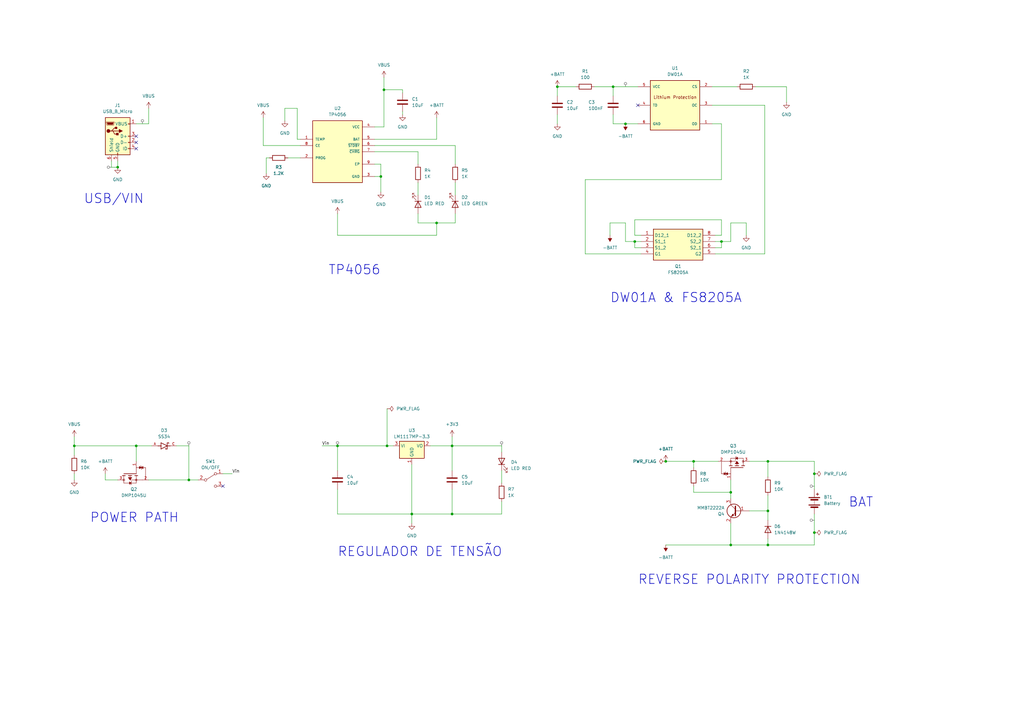
<source format=kicad_sch>
(kicad_sch (version 20230121) (generator eeschema)
  (paper "A3")
  (lib_symbols
    (symbol "Componentes_Usuario:DMP1045U" (pin_names (offset 1.016))
      (property "Reference" "Q" (at -10.16 7.62 0))
      (property "Value" "DMP1045U" (at -10.16 -7.62 0))
      (symbol "DMP1045U_0_0"
        (polyline (pts (xy -3.048 4.572) (xy -3.302 4.318)) (stroke (width 0.1524)))
        (polyline (pts (xy -2.54 2.54) (xy -2.54 4.572)) (stroke (width 0.1524)))
        (polyline (pts (xy -2.54 2.54) (xy 0 2.54)) (stroke (width 0.1524)))
        (polyline (pts (xy -2.54 4.572) (xy -3.048 4.572)) (stroke (width 0.1524)))
        (polyline (pts (xy -2.54 6.35) (xy -2.54 5.334)) (stroke (width 0.1524)))
        (polyline (pts (xy -2.54 6.35) (xy 2.54 6.35)) (stroke (width 0.1524)))
        (polyline (pts (xy -2.032 4.572) (xy -2.54 4.572)) (stroke (width 0.1524)))
        (polyline (pts (xy -1.778 4.826) (xy -2.032 4.572)) (stroke (width 0.1524)))
        (polyline (pts (xy 0 -2.54) (xy 0 2.54)) (stroke (width 0.254)))
        (polyline (pts (xy 0.762 -3.175) (xy 0.762 -2.54)) (stroke (width 0.254)))
        (polyline (pts (xy 0.762 -2.54) (xy 0.762 -1.905)) (stroke (width 0.254)))
        (polyline (pts (xy 0.762 -2.54) (xy 3.81 -2.54)) (stroke (width 0.1524)))
        (polyline (pts (xy 0.762 -0.762) (xy 0.762 0)) (stroke (width 0.254)))
        (polyline (pts (xy 0.762 0) (xy 0.762 0.762)) (stroke (width 0.254)))
        (polyline (pts (xy 0.762 0) (xy 2.54 0)) (stroke (width 0.1524)))
        (polyline (pts (xy 0.762 1.905) (xy 0.762 2.54)) (stroke (width 0.254)))
        (polyline (pts (xy 0.762 2.54) (xy 0.762 3.175)) (stroke (width 0.254)))
        (polyline (pts (xy 2.54 0) (xy 2.54 2.54)) (stroke (width 0.1524)))
        (polyline (pts (xy 2.54 2.54) (xy 0.762 2.54)) (stroke (width 0.1524)))
        (polyline (pts (xy 2.54 2.54) (xy 2.54 5.08)) (stroke (width 0.1524)))
        (polyline (pts (xy 2.54 2.54) (xy 3.81 2.54)) (stroke (width 0.1524)))
        (polyline (pts (xy 3.048 0.762) (xy 3.302 0.508)) (stroke (width 0.1524)))
        (polyline (pts (xy 3.302 0.508) (xy 3.81 0.508)) (stroke (width 0.1524)))
        (polyline (pts (xy 3.81 -2.54) (xy 3.81 0.508)) (stroke (width 0.1524)))
        (polyline (pts (xy 3.81 0.508) (xy 3.81 2.54)) (stroke (width 0.1524)))
        (polyline (pts (xy 3.81 0.508) (xy 4.318 0.508)) (stroke (width 0.1524)))
        (polyline (pts (xy 4.318 0.508) (xy 4.572 0.254)) (stroke (width 0.1524)))
        (polyline (pts (xy -2.54 4.572) (xy -3.048 5.334) (xy -2.032 5.334) (xy -2.54 4.572)) (stroke (width 0.1524)) (fill (type outline)))
        (polyline (pts (xy -2.54 4.572) (xy -2.032 3.81) (xy -3.048 3.81) (xy -2.54 4.572)) (stroke (width 0.1524)) (fill (type outline)))
        (polyline (pts (xy 2.54 0) (xy 1.524 0.762) (xy 1.524 -0.762) (xy 2.54 0)) (stroke (width 0.1524)) (fill (type outline)))
        (polyline (pts (xy 3.81 0.508) (xy 4.318 -0.254) (xy 3.302 -0.254) (xy 3.81 0.508)) (stroke (width 0.1524)) (fill (type outline)))
        (circle (center 2.54 -2.54) (radius 0.3592))
        (circle (center 2.54 2.54) (radius 0.3592))
        (pin passive line (at -5.08 2.54 0) (length 2.54) (name "~") (number "1"))
        (pin passive line (at 2.54 7.62 270) (length 2.54) (name "~") (number "2"))
        (pin passive line (at 2.54 -5.08 90) (length 2.54) (name "~") (number "3"))
      )
    )
    (symbol "Componentes_Usuario:DW01A" (pin_names (offset 1.016))
      (property "Reference" "U" (at -10.16 11.43 0))
      (property "Value" "DW01A" (at -10.16 -12.7 0))
      (symbol "DW01A_0_0"
        (rectangle (start -10.16 10.16) (end 10.16 -10.16) (stroke (width 0.254)) (fill (type background)))
        (text "Lithium Protection" (at -8.89 2.54 0) (effects (font (size 1.27 1.27)) (justify left bottom)))
      )
      (symbol "DW01A_1_0"
        (pin passive line (at 15.24 -7.62 180) (length 5.08) (name "OD") (number "1"))
        (pin passive line (at 15.24 7.62 180) (length 5.08) (name "CS") (number "2"))
        (pin passive line (at 15.24 0 180) (length 5.08) (name "OC") (number "3"))
        (pin passive line (at -15.24 0 0) (length 5.08) (name "TD") (number "4"))
        (pin passive line (at -15.24 7.62 0) (length 5.08) (name "VCC") (number "5"))
        (pin passive line (at -15.24 -7.62 0) (length 5.08) (name "GND") (number "6"))
      )
    )
    (symbol "Componentes_Usuario:FS8205A"
      (property "Reference" "Q" (at -10.16 -7.62 0))
      (property "Value" "FS8205A" (at -10.16 -10.16 0))
      (symbol "FS8205A_1_1"
        (rectangle (start -10.16 6.35) (end 10.16 -6.35) (stroke (width 0.254)) (fill (type background)))
        (pin passive line (at -15.24 3.81 0) (length 5.08) (name "D12_1") (number "1"))
        (pin passive line (at -15.24 1.27 0) (length 5.08) (name "S1_1") (number "2"))
        (pin passive line (at -15.24 -1.27 0) (length 5.08) (name "S1_2") (number "3"))
        (pin passive line (at -15.24 -3.81 0) (length 5.08) (name "G1") (number "4"))
        (pin passive line (at 15.24 -3.81 180) (length 5.08) (name "G2") (number "5"))
        (pin passive line (at 15.24 -1.27 180) (length 5.08) (name "S2_1") (number "6"))
        (pin passive line (at 15.24 1.27 180) (length 5.08) (name "S2_2") (number "7"))
        (pin passive line (at 15.24 3.81 180) (length 5.08) (name "D12_2") (number "8"))
      )
    )
    (symbol "Componentes_Usuario:SS34" (pin_names (offset 1.016))
      (property "Reference" "D" (at -5.08 2.54 0))
      (property "Value" "SS34" (at -5.08 -3.81 0))
      (symbol "SS34_0_0"
        (polyline (pts (xy -2.54 0) (xy -1.27 0)) (stroke (width 0.254)))
        (polyline (pts (xy -1.27 -1.27) (xy 1.27 0)) (stroke (width 0.254)))
        (polyline (pts (xy -1.27 0) (xy -1.27 -1.27)) (stroke (width 0.254)))
        (polyline (pts (xy -1.27 1.27) (xy -1.27 0)) (stroke (width 0.254)))
        (polyline (pts (xy 0.635 -1.016) (xy 0.635 -1.27)) (stroke (width 0.254)))
        (polyline (pts (xy 1.27 -1.27) (xy 0.635 -1.27)) (stroke (width 0.254)))
        (polyline (pts (xy 1.27 0) (xy -1.27 1.27)) (stroke (width 0.254)))
        (polyline (pts (xy 1.27 0) (xy 1.27 -1.27)) (stroke (width 0.254)))
        (polyline (pts (xy 1.27 1.27) (xy 1.27 0)) (stroke (width 0.254)))
        (polyline (pts (xy 1.905 1.27) (xy 1.27 1.27)) (stroke (width 0.254)))
        (polyline (pts (xy 1.905 1.27) (xy 1.905 1.016)) (stroke (width 0.254)))
        (polyline (pts (xy 2.54 0) (xy 1.27 0)) (stroke (width 0.254)))
        (pin passive line (at -5.08 0 0) (length 2.54) (name "~") (number "A"))
        (pin passive line (at 5.08 0 180) (length 2.54) (name "~") (number "C"))
      )
    )
    (symbol "Componentes_Usuario:TP4056" (pin_names (offset 1.016))
      (property "Reference" "U" (at -10.16 13.208 0))
      (property "Value" "TP4056" (at -10.16 -15.24 0))
      (symbol "TP4056_0_0"
        (rectangle (start -10.16 -12.7) (end 10.16 12.7) (stroke (width 0.254)) (fill (type background)))
        (pin passive line (at 15.24 -5.08 180) (length 5.08) (name "EP") (number "9"))
      )
      (symbol "TP4056_1_0"
        (pin passive line (at -15.24 5.08 0) (length 5.08) (name "TEMP") (number "1"))
        (pin passive line (at -15.24 -2.54 0) (length 5.08) (name "PROG") (number "2"))
        (pin passive line (at 15.24 -10.16 180) (length 5.08) (name "GND") (number "3"))
        (pin passive line (at 15.24 10.16 180) (length 5.08) (name "VCC") (number "4"))
        (pin passive line (at 15.24 5.08 180) (length 5.08) (name "BAT") (number "5"))
        (pin passive line (at 15.24 2.54 180) (length 5.08) (name "~{STDBY}") (number "6"))
        (pin passive line (at 15.24 0 180) (length 5.08) (name "~{CHRG}") (number "7"))
        (pin passive line (at -15.24 2.54 0) (length 5.08) (name "CE") (number "8"))
      )
    )
    (symbol "Connector:USB_B_Micro" (pin_names (offset 1.016))
      (property "Reference" "J" (at -5.08 11.43 0))
      (property "Value" "USB_B_Micro" (at -5.08 8.89 0))
      (symbol "USB_B_Micro_0_1"
        (rectangle (start -5.08 -7.62) (end 5.08 7.62) (stroke (width 0.254)) (fill (type background)))
        (circle (center -3.81 2.159) (radius 0.635) (stroke (width 0.254)) (fill (type outline)))
        (circle (center -0.635 3.429) (radius 0.381) (stroke (width 0.254)) (fill (type outline)))
        (rectangle (start -0.127 -7.62) (end 0.127 -6.858))
        (polyline (pts (xy -1.905 2.159) (xy 0.635 2.159)) (stroke (width 0.254)))
        (polyline (pts (xy -3.175 2.159) (xy -2.54 2.159) (xy -1.27 3.429) (xy -0.635 3.429)) (stroke (width 0.254)))
        (polyline (pts (xy -2.54 2.159) (xy -1.905 2.159) (xy -1.27 0.889) (xy 0 0.889)) (stroke (width 0.254)))
        (polyline (pts (xy 0.635 2.794) (xy 0.635 1.524) (xy 1.905 2.159) (xy 0.635 2.794)) (stroke (width 0.254)) (fill (type outline)))
        (polyline (pts (xy -4.318 5.588) (xy -1.778 5.588) (xy -2.032 4.826) (xy -4.064 4.826) (xy -4.318 5.588)) (fill (type outline)))
        (polyline (pts (xy -4.699 5.842) (xy -4.699 5.588) (xy -4.445 4.826) (xy -4.445 4.572) (xy -1.651 4.572) (xy -1.651 4.826) (xy -1.397 5.588) (xy -1.397 5.842) (xy -4.699 5.842)))
        (rectangle (start 0.254 1.27) (end -0.508 0.508) (stroke (width 0.254)) (fill (type outline)))
        (rectangle (start 5.08 -5.207) (end 4.318 -4.953))
        (rectangle (start 5.08 -2.667) (end 4.318 -2.413))
        (rectangle (start 5.08 -0.127) (end 4.318 0.127))
        (rectangle (start 5.08 4.953) (end 4.318 5.207))
      )
      (symbol "USB_B_Micro_1_1"
        (pin power_out line (at 7.62 5.08 180) (length 2.54) (name "VBUS") (number "1"))
        (pin bidirectional line (at 7.62 -2.54 180) (length 2.54) (name "D-") (number "2"))
        (pin bidirectional line (at 7.62 0 180) (length 2.54) (name "D+") (number "3"))
        (pin passive line (at 7.62 -5.08 180) (length 2.54) (name "ID") (number "4"))
        (pin power_out line (at 0 -10.16 90) (length 2.54) (name "GND") (number "5"))
        (pin passive line (at -2.54 -10.16 90) (length 2.54) (name "Shield") (number "6"))
      )
    )
    (symbol "Device:Battery" (pin_numbers hide) (pin_names (offset 0) hide)
      (property "Reference" "BT" (at 2.54 2.54 0))
      (property "Value" "Battery" (at 2.54 0 0))
      (symbol "Battery_0_1"
        (rectangle (start -2.286 -1.27) (end 2.286 -1.524) (fill (type outline)))
        (rectangle (start -2.286 1.778) (end 2.286 1.524) (fill (type outline)))
        (rectangle (start -1.524 -2.032) (end 1.524 -2.54) (fill (type outline)))
        (rectangle (start -1.524 1.016) (end 1.524 0.508) (fill (type outline)))
        (polyline (pts (xy 0 -1.016) (xy 0 -0.762)))
        (polyline (pts (xy 0 -0.508) (xy 0 -0.254)))
        (polyline (pts (xy 0 0) (xy 0 0.254)))
        (polyline (pts (xy 0 1.778) (xy 0 2.54)))
        (polyline (pts (xy 0.762 3.048) (xy 1.778 3.048)) (stroke (width 0.254)))
        (polyline (pts (xy 1.27 3.556) (xy 1.27 2.54)) (stroke (width 0.254)))
      )
      (symbol "Battery_1_1"
        (pin passive line (at 0 5.08 270) (length 2.54) (name "+") (number "1"))
        (pin passive line (at 0 -5.08 90) (length 2.54) (name "-") (number "2"))
      )
    )
    (symbol "Device:C" (pin_numbers hide) (pin_names (offset 0.254))
      (property "Reference" "C" (at 0.635 2.54 0))
      (property "Value" "C" (at 0.635 -2.54 0))
      (symbol "C_0_1"
        (polyline (pts (xy -2.032 -0.762) (xy 2.032 -0.762)) (stroke (width 0.508)))
        (polyline (pts (xy -2.032 0.762) (xy 2.032 0.762)) (stroke (width 0.508)))
      )
      (symbol "C_1_1"
        (pin passive line (at 0 3.81 270) (length 2.794) (name "~") (number "1"))
        (pin passive line (at 0 -3.81 90) (length 2.794) (name "~") (number "2"))
      )
    )
    (symbol "Device:LED" (pin_numbers hide) (pin_names (offset 1.016) hide)
      (property "Reference" "D" (at 0 2.54 0))
      (property "Value" "LED" (at 0 -2.54 0))
      (symbol "LED_0_1"
        (polyline (pts (xy -1.27 -1.27) (xy -1.27 1.27)) (stroke (width 0.254)))
        (polyline (pts (xy -1.27 0) (xy 1.27 0)))
        (polyline (pts (xy 1.27 -1.27) (xy 1.27 1.27) (xy -1.27 0) (xy 1.27 -1.27)) (stroke (width 0.254)))
        (polyline (pts (xy -3.048 -0.762) (xy -4.572 -2.286) (xy -3.81 -2.286) (xy -4.572 -2.286) (xy -4.572 -1.524)))
        (polyline (pts (xy -1.778 -0.762) (xy -3.302 -2.286) (xy -2.54 -2.286) (xy -3.302 -2.286) (xy -3.302 -1.524)))
      )
      (symbol "LED_1_1"
        (pin passive line (at -3.81 0 0) (length 2.54) (name "K") (number "1"))
        (pin passive line (at 3.81 0 180) (length 2.54) (name "A") (number "2"))
      )
    )
    (symbol "Device:R" (pin_numbers hide) (pin_names (offset 0))
      (property "Reference" "R" (at 2.032 0 90))
      (property "Value" "R" (at 0 0 90))
      (symbol "R_0_1"
        (rectangle (start -1.016 -2.54) (end 1.016 2.54) (stroke (width 0.254)))
      )
      (symbol "R_1_1"
        (pin passive line (at 0 3.81 270) (length 1.27) (name "~") (number "1"))
        (pin passive line (at 0 -3.81 90) (length 1.27) (name "~") (number "2"))
      )
    )
    (symbol "Diode:1N4148W" (pin_numbers hide) (pin_names hide)
      (property "Reference" "D" (at 0 2.54 0))
      (property "Value" "1N4148W" (at 0 -2.54 0))
      (symbol "1N4148W_0_1"
        (polyline (pts (xy -1.27 1.27) (xy -1.27 -1.27)) (stroke (width 0.254)))
        (polyline (pts (xy 1.27 0) (xy -1.27 0)))
        (polyline (pts (xy 1.27 1.27) (xy 1.27 -1.27) (xy -1.27 0) (xy 1.27 1.27)) (stroke (width 0.254)))
      )
      (symbol "1N4148W_1_1"
        (pin passive line (at -3.81 0 0) (length 2.54) (name "K") (number "1"))
        (pin passive line (at 3.81 0 180) (length 2.54) (name "A") (number "2"))
      )
    )
    (symbol "Regulator_Linear:LM1117MP-3.3"
      (property "Reference" "U" (at -3.81 3.175 0))
      (property "Value" "LM1117MP-3.3" (at 0 3.175 0))
      (symbol "LM1117MP-3.3_0_1"
        (rectangle (start -5.08 -5.08) (end 5.08 1.905) (stroke (width 0.254)) (fill (type background)))
      )
      (symbol "LM1117MP-3.3_1_1"
        (pin power_in line (at 0 -7.62 90) (length 2.54) (name "GND") (number "1"))
        (pin power_out line (at 7.62 0 180) (length 2.54) (name "VO") (number "2"))
        (pin power_in line (at -7.62 0 0) (length 2.54) (name "VI") (number "3"))
      )
    )
    (symbol "Switch:SW_SPDT" (pin_names (offset 0) hide)
      (property "Reference" "SW" (at 0 4.318 0))
      (property "Value" "SW_SPDT" (at 0 -5.08 0))
      (symbol "SW_SPDT_0_0"
        (circle (center -2.032 0) (radius 0.508))
        (circle (center 2.032 -2.54) (radius 0.508))
      )
      (symbol "SW_SPDT_0_1"
        (polyline (pts (xy -1.524 0.254) (xy 1.651 2.286)))
        (circle (center 2.032 2.54) (radius 0.508))
      )
      (symbol "SW_SPDT_1_1"
        (pin passive line (at 5.08 2.54 180) (length 2.54) (name "A") (number "1"))
        (pin passive line (at -5.08 0 0) (length 2.54) (name "B") (number "2"))
        (pin passive line (at 5.08 -2.54 180) (length 2.54) (name "C") (number "3"))
      )
    )
    (symbol "Transistor_BJT:BC818" (pin_names (offset 0) hide)
      (property "Reference" "Q" (at 5.08 1.905 0))
      (property "Value" "BC818" (at 5.08 0 0))
      (symbol "BC818_0_1"
        (polyline (pts (xy 0.635 0.635) (xy 2.54 2.54)))
        (polyline (pts (xy 0.635 -0.635) (xy 2.54 -2.54) (xy 2.54 -2.54)))
        (polyline (pts (xy 0.635 1.905) (xy 0.635 -1.905) (xy 0.635 -1.905)) (stroke (width 0.508)))
        (polyline (pts (xy 1.27 -1.778) (xy 1.778 -1.27) (xy 2.286 -2.286) (xy 1.27 -1.778) (xy 1.27 -1.778)) (fill (type outline)))
        (circle (center 1.27 0) (radius 2.8194) (stroke (width 0.254)))
      )
      (symbol "BC818_1_1"
        (pin input line (at -5.08 0 0) (length 5.715) (name "B") (number "1"))
        (pin passive line (at 2.54 -5.08 90) (length 2.54) (name "E") (number "2"))
        (pin passive line (at 2.54 5.08 270) (length 2.54) (name "C") (number "3"))
      )
    )
    (symbol "power:+3V3" (power) (pin_names (offset 0))
      (property "Value" "+3V3" (at 0 3.556 0))
      (symbol "+3V3_0_1"
        (polyline (pts (xy -0.762 1.27) (xy 0 2.54)))
        (polyline (pts (xy 0 0) (xy 0 2.54)))
        (polyline (pts (xy 0 2.54) (xy 0.762 1.27)))
      )
      (symbol "+3V3_1_1"
        (pin power_in line (at 0 0 90) (length 0) hide (name "+3V3") (number "1"))
      )
    )
    (symbol "power:+BATT" (power) (pin_names (offset 0))
      (property "Value" "+BATT" (at 0 3.556 0))
      (symbol "+BATT_0_1"
        (polyline (pts (xy -0.762 1.27) (xy 0 2.54)))
        (polyline (pts (xy 0 0) (xy 0 2.54)))
        (polyline (pts (xy 0 2.54) (xy 0.762 1.27)))
      )
      (symbol "+BATT_1_1"
        (pin power_in line (at 0 0 90) (length 0) hide (name "+BATT") (number "1"))
      )
    )
    (symbol "power:-BATT" (power) (pin_names (offset 0))
      (property "Value" "-BATT" (at 0 3.556 0))
      (symbol "-BATT_0_1"
        (polyline (pts (xy 0 0) (xy 0 2.54)))
        (polyline (pts (xy 0.762 1.27) (xy -0.762 1.27) (xy 0 2.54) (xy 0.762 1.27)) (fill (type outline)))
      )
      (symbol "-BATT_1_1"
        (pin power_in line (at 0 0 90) (length 0) hide (name "-BATT") (number "1"))
      )
    )
    (symbol "power:GND" (power) (pin_names (offset 0))
      (property "Value" "GND" (at 0 -3.81 0))
      (symbol "GND_0_1"
        (polyline (pts (xy 0 0) (xy 0 -1.27) (xy 1.27 -1.27) (xy 0 -2.54) (xy -1.27 -1.27) (xy 0 -1.27)))
      )
      (symbol "GND_1_1"
        (pin power_in line (at 0 0 270) (length 0) hide (name "GND") (number "1"))
      )
    )
    (symbol "power:PWR_FLAG" (power) (pin_numbers hide) (pin_names (offset 0) hide)
      (property "Value" "PWR_FLAG" (at 0 3.81 0))
      (symbol "PWR_FLAG_0_0"
        (pin power_out line (at 0 0 90) (length 0) (name "pwr") (number "1"))
      )
      (symbol "PWR_FLAG_0_1"
        (polyline (pts (xy 0 0) (xy 0 1.27) (xy -1.016 1.905) (xy 0 2.54) (xy 1.016 1.905) (xy 0 1.27)))
      )
    )
    (symbol "power:VBUS" (power) (pin_names (offset 0))
      (property "Value" "VBUS" (at 0 3.81 0))
      (symbol "VBUS_0_1"
        (polyline (pts (xy -0.762 1.27) (xy 0 2.54)))
        (polyline (pts (xy 0 0) (xy 0 2.54)))
        (polyline (pts (xy 0 2.54) (xy 0.762 1.27)))
      )
      (symbol "VBUS_1_1"
        (pin power_in line (at 0 0 90) (length 0) hide (name "VBUS") (number "1"))
      )
    )
  )
  (junction (at 168.91 210.82))
  (junction (at 157.48 36.83))
  (junction (at 138.43 182.88))
  (junction (at 314.96 223.52))
  (junction (at 185.42 182.88))
  (junction (at 334.01 218.44))
  (junction (at 156.21 72.39))
  (junction (at 77.47 196.85))
  (junction (at 179.07 91.44))
  (junction (at 228.6 35.56))
  (junction (at 273.05 189.23))
  (junction (at 256.54 50.8))
  (junction (at 260.35 99.06))
  (junction (at 314.96 189.23))
  (junction (at 284.48 189.23))
  (junction (at 295.91 99.06))
  (junction (at 30.48 182.88))
  (junction (at 251.46 35.56))
  (junction (at 48.26 68.58))
  (junction (at 185.42 210.82))
  (junction (at 299.72 201.93))
  (junction (at 314.96 209.55))
  (junction (at 334.01 194.31))
  (junction (at 299.72 223.52))
  (junction (at 158.75 182.88))
  (junction (at 55.88 182.88))
  (no_connect (at 55.88 55.88))
  (no_connect (at 55.88 60.96))
  (no_connect (at 55.88 58.42))
  (no_connect (at 261.62 43.18))
  (no_connect (at 91.44 199.39))
  (wire (pts (xy 43.18 196.85) (xy 48.26 196.85)))
  (wire (pts (xy 295.91 90.17) (xy 295.91 96.52)))
  (wire (pts (xy 293.37 99.06) (xy 295.91 99.06)))
  (wire (pts (xy 314.96 220.98) (xy 314.96 223.52)))
  (wire (pts (xy 292.1 50.8) (xy 295.91 50.8)))
  (wire (pts (xy 186.69 74.93) (xy 186.69 80.01)))
  (wire (pts (xy 284.48 201.93) (xy 284.48 199.39)))
  (wire (pts (xy 185.42 179.07) (xy 185.42 182.88)))
  (wire (pts (xy 186.69 91.44) (xy 186.69 87.63)))
  (wire (pts (xy 171.45 87.63) (xy 171.45 91.44)))
  (wire (pts (xy 109.22 64.77) (xy 109.22 71.12)))
  (wire (pts (xy 186.69 59.69) (xy 186.69 67.31)))
  (wire (pts (xy 205.74 193.04) (xy 205.74 198.12)))
  (wire (pts (xy 138.43 210.82) (xy 168.91 210.82)))
  (wire (pts (xy 121.92 57.15) (xy 123.19 57.15)))
  (wire (pts (xy 295.91 73.66) (xy 240.03 73.66)))
  (wire (pts (xy 256.54 50.8) (xy 261.62 50.8)))
  (wire (pts (xy 240.03 104.14) (xy 262.89 104.14)))
  (wire (pts (xy 295.91 50.8) (xy 295.91 73.66)))
  (wire (pts (xy 299.72 99.06) (xy 299.72 91.44)))
  (wire (pts (xy 299.72 91.44) (xy 306.07 91.44)))
  (wire (pts (xy 185.42 182.88) (xy 176.53 182.88)))
  (wire (pts (xy 179.07 91.44) (xy 186.69 91.44)))
  (wire (pts (xy 260.35 90.17) (xy 295.91 90.17)))
  (wire (pts (xy 314.96 203.2) (xy 314.96 209.55)))
  (wire (pts (xy 157.48 31.75) (xy 157.48 36.83)))
  (wire (pts (xy 322.58 35.56) (xy 322.58 41.91)))
  (wire (pts (xy 157.48 52.07) (xy 153.67 52.07)))
  (wire (pts (xy 43.18 196.85) (xy 43.18 194.31)))
  (wire (pts (xy 138.43 96.52) (xy 138.43 87.63)))
  (wire (pts (xy 95.25 194.31) (xy 91.44 194.31)))
  (wire (pts (xy 251.46 39.37) (xy 251.46 35.56)))
  (wire (pts (xy 334.01 223.52) (xy 314.96 223.52)))
  (wire (pts (xy 107.95 48.26) (xy 107.95 59.69)))
  (wire (pts (xy 55.88 182.88) (xy 55.88 189.23)))
  (wire (pts (xy 314.96 209.55) (xy 307.34 209.55)))
  (wire (pts (xy 55.88 182.88) (xy 62.23 182.88)))
  (wire (pts (xy 299.72 214.63) (xy 299.72 223.52)))
  (wire (pts (xy 30.48 196.85) (xy 30.48 194.31)))
  (wire (pts (xy 307.34 189.23) (xy 314.96 189.23)))
  (wire (pts (xy 171.45 74.93) (xy 171.45 80.01)))
  (wire (pts (xy 116.84 44.45) (xy 116.84 49.53)))
  (wire (pts (xy 165.1 36.83) (xy 157.48 36.83)))
  (wire (pts (xy 228.6 35.56) (xy 236.22 35.56)))
  (wire (pts (xy 165.1 38.1) (xy 165.1 36.83)))
  (wire (pts (xy 168.91 210.82) (xy 168.91 190.5)))
  (wire (pts (xy 260.35 96.52) (xy 260.35 90.17)))
  (wire (pts (xy 179.07 57.15) (xy 179.07 48.26)))
  (wire (pts (xy 313.69 43.18) (xy 313.69 104.14)))
  (wire (pts (xy 72.39 182.88) (xy 77.47 182.88)))
  (wire (pts (xy 273.05 223.52) (xy 299.72 223.52)))
  (wire (pts (xy 171.45 67.31) (xy 171.45 62.23)))
  (wire (pts (xy 138.43 96.52) (xy 179.07 96.52)))
  (wire (pts (xy 299.72 201.93) (xy 299.72 204.47)))
  (wire (pts (xy 165.1 46.99) (xy 165.1 45.72)))
  (wire (pts (xy 284.48 189.23) (xy 284.48 191.77)))
  (wire (pts (xy 240.03 73.66) (xy 240.03 104.14)))
  (wire (pts (xy 306.07 91.44) (xy 306.07 96.52)))
  (wire (pts (xy 81.28 196.85) (xy 77.47 196.85)))
  (wire (pts (xy 334.01 194.31) (xy 334.01 200.66)))
  (wire (pts (xy 260.35 99.06) (xy 256.54 99.06)))
  (wire (pts (xy 295.91 99.06) (xy 295.91 101.6)))
  (wire (pts (xy 256.54 91.44) (xy 250.19 91.44)))
  (wire (pts (xy 121.92 44.45) (xy 116.84 44.45)))
  (wire (pts (xy 30.48 182.88) (xy 30.48 186.69)))
  (wire (pts (xy 334.01 189.23) (xy 334.01 194.31)))
  (wire (pts (xy 153.67 57.15) (xy 179.07 57.15)))
  (wire (pts (xy 118.11 64.77) (xy 123.19 64.77)))
  (wire (pts (xy 109.22 64.77) (xy 110.49 64.77)))
  (wire (pts (xy 309.88 35.56) (xy 322.58 35.56)))
  (wire (pts (xy 292.1 35.56) (xy 302.26 35.56)))
  (wire (pts (xy 48.26 66.04) (xy 48.26 68.58)))
  (wire (pts (xy 250.19 91.44) (xy 250.19 96.52)))
  (wire (pts (xy 157.48 36.83) (xy 157.48 52.07)))
  (wire (pts (xy 299.72 223.52) (xy 314.96 223.52)))
  (wire (pts (xy 205.74 205.74) (xy 205.74 210.82)))
  (wire (pts (xy 156.21 67.31) (xy 156.21 72.39)))
  (wire (pts (xy 262.89 101.6) (xy 260.35 101.6)))
  (wire (pts (xy 158.75 167.64) (xy 158.75 182.88)))
  (wire (pts (xy 295.91 96.52) (xy 293.37 96.52)))
  (wire (pts (xy 153.67 59.69) (xy 186.69 59.69)))
  (wire (pts (xy 185.42 193.04) (xy 185.42 182.88)))
  (wire (pts (xy 171.45 91.44) (xy 179.07 91.44)))
  (wire (pts (xy 138.43 200.66) (xy 138.43 210.82)))
  (wire (pts (xy 299.72 196.85) (xy 299.72 201.93)))
  (wire (pts (xy 243.84 35.56) (xy 251.46 35.56)))
  (wire (pts (xy 60.96 196.85) (xy 77.47 196.85)))
  (wire (pts (xy 107.95 59.69) (xy 123.19 59.69)))
  (wire (pts (xy 185.42 200.66) (xy 185.42 210.82)))
  (wire (pts (xy 256.54 99.06) (xy 256.54 91.44)))
  (wire (pts (xy 48.26 68.58) (xy 45.72 68.58)))
  (wire (pts (xy 295.91 101.6) (xy 293.37 101.6)))
  (wire (pts (xy 251.46 46.99) (xy 251.46 50.8)))
  (wire (pts (xy 138.43 182.88) (xy 138.43 193.04)))
  (wire (pts (xy 30.48 179.07) (xy 30.48 182.88)))
  (wire (pts (xy 251.46 50.8) (xy 256.54 50.8)))
  (wire (pts (xy 334.01 218.44) (xy 334.01 223.52)))
  (wire (pts (xy 228.6 39.37) (xy 228.6 35.56)))
  (wire (pts (xy 121.92 57.15) (xy 121.92 44.45)))
  (wire (pts (xy 185.42 182.88) (xy 205.74 182.88)))
  (wire (pts (xy 55.88 50.8) (xy 60.96 50.8)))
  (wire (pts (xy 138.43 182.88) (xy 158.75 182.88)))
  (wire (pts (xy 334.01 210.82) (xy 334.01 218.44)))
  (wire (pts (xy 251.46 35.56) (xy 261.62 35.56)))
  (wire (pts (xy 260.35 101.6) (xy 260.35 99.06)))
  (wire (pts (xy 228.6 50.8) (xy 228.6 46.99)))
  (wire (pts (xy 334.01 189.23) (xy 314.96 189.23)))
  (wire (pts (xy 205.74 210.82) (xy 185.42 210.82)))
  (wire (pts (xy 185.42 210.82) (xy 168.91 210.82)))
  (wire (pts (xy 179.07 91.44) (xy 179.07 96.52)))
  (wire (pts (xy 262.89 96.52) (xy 260.35 96.52)))
  (wire (pts (xy 168.91 214.63) (xy 168.91 210.82)))
  (wire (pts (xy 30.48 182.88) (xy 55.88 182.88)))
  (wire (pts (xy 158.75 182.88) (xy 161.29 182.88)))
  (wire (pts (xy 45.72 68.58) (xy 45.72 66.04)))
  (wire (pts (xy 260.35 99.06) (xy 262.89 99.06)))
  (wire (pts (xy 153.67 67.31) (xy 156.21 67.31)))
  (wire (pts (xy 205.74 182.88) (xy 205.74 185.42)))
  (wire (pts (xy 314.96 209.55) (xy 314.96 213.36)))
  (wire (pts (xy 77.47 196.85) (xy 77.47 182.88)))
  (wire (pts (xy 295.91 99.06) (xy 299.72 99.06)))
  (wire (pts (xy 313.69 104.14) (xy 293.37 104.14)))
  (wire (pts (xy 273.05 189.23) (xy 284.48 189.23)))
  (wire (pts (xy 284.48 201.93) (xy 299.72 201.93)))
  (wire (pts (xy 294.64 189.23) (xy 284.48 189.23)))
  (wire (pts (xy 153.67 72.39) (xy 156.21 72.39)))
  (wire (pts (xy 156.21 72.39) (xy 156.21 78.74)))
  (wire (pts (xy 60.96 44.45) (xy 60.96 50.8)))
  (wire (pts (xy 314.96 189.23) (xy 314.96 195.58)))
  (wire (pts (xy 153.67 62.23) (xy 171.45 62.23)))
  (wire (pts (xy 132.08 182.88) (xy 138.43 182.88)))
  (wire (pts (xy 292.1 43.18) (xy 313.69 43.18)))
  (text "POWER PATH" (at 36.83 214.63 0) (effects (font (size 3.81 3.81) (thickness 0.254) bold) (justify left bottom)))
  (text "DW01A & FS8205A" (at 250.19 124.46 0) (effects (font (size 3.81 3.81) (thickness 0.254) bold) (justify left bottom)))
  (text "REGULADOR DE TENSÃO" (at 138.43 228.6 0) (effects (font (size 3.81 3.81) (thickness 0.254) bold) (justify left bottom)))
  (text "REVERSE POLARITY PROTECTION" (at 261.62 240.03 0) (effects (font (size 3.81 3.81) (thickness 0.254) bold) (justify left bottom)))
  (text "USB/VIN" (at 34.29 83.82 0) (effects (font (size 3.81 3.81) (thickness 0.254) bold) (justify left bottom)))
  (text "BAT" (at 347.98 208.28 0) (effects (font (size 3.81 3.81) (thickness 0.254) bold) (justify left bottom)))
  (text "TP4056" (at 134.62 113.03 0) (effects (font (size 3.81 3.81) (thickness 0.254) bold) (justify left bottom)))
  (label "Vin" (at 132.08 182.88 0))
  (label "Vin" (at 95.25 194.31 0))
  (netclass_flag "" (length 1.27) (shape round) (at 256.54 35.56 0) (property "Netclass" "Power" (effects hide)))
  (netclass_flag "" (length 1.27) (shape round) (at 45.72 68.58 90) (property "Netclass" "Power" (effects hide)))
  (netclass_flag "" (length 1.27) (shape round) (at 138.43 182.88 0) (property "Netclass" "Power" (effects hide)))
  (netclass_flag "" (length 1.27) (shape round) (at 205.74 182.88 0) (property "Netclass" "Power" (effects hide)))
  (netclass_flag "" (length 1.27) (shape round) (at 334.01 213.36 90) (property "Netclass" "Power" (effects hide)))
  (netclass_flag "" (length 1.27) (shape round) (at 77.47 182.88 0) (property "Netclass" "Power" (effects hide)))
  (netclass_flag "" (length 1.27) (shape round) (at 58.42 50.8 0) (property "Netclass" "Power" (effects hide)))
  (netclass_flag "" (length 1.27) (shape round) (at 334.01 199.39 90) (property "Netclass" "Power" (effects hide)))
  (symbol (lib_id "Componentes_Usuario:DMP1045U") (at 302.26 191.77 90) (unit 1)
    (property "Reference" "Q3" (at 300.6979 182.88 90))
    (property "Value" "DMP1045U" (at 300.6979 185.42 90))
    (property "Footprint" "Footprint_lib_user:DMP1045U" (effects hide))
    (property "MF" "Diodes Inc." (effects hide))
    (property "MAXIMUM_PACKAGE_HEIGHT" "1.1 mm" (effects hide))
    (property "Package" "SOT-23 Diodes Inc." (effects hide))
    (property "Price" "None" (effects hide))
    (property "Check_prices" "https://www.snapeda.com/parts/DMP1045U/Diodes+Inc./view-part/?ref=eda" (effects hide))
    (property "STANDARD" "IPC 7351B" (effects hide))
    (property "PARTREV" "7 - 2" (effects hide))
    (property "SnapEDA_Link" "https://www.snapeda.com/parts/DMP1045U/Diodes+Inc./view-part/?ref=snap" (effects hide))
    (property "MP" "DMP1045U" (effects hide))
    (property "Description" "\nP-Channel 12 V 2.6A (Ta) 530mW Surface Mount X2-WLB0808-4 (Type C)\n" (effects hide))
    (property "Availability" "In Stock" (effects hide))
    (property "MANUFACTURER" "Diodes Inc." (effects hide))
  )
  (symbol (lib_id "power:-BATT") (at 256.54 50.8 180) (unit 1)
    (property "Reference" "#PWR024" (effects hide))
    (property "Value" "-BATT" (at 256.54 55.88 0))
  )
  (symbol (lib_id "Regulator_Linear:LM1117MP-3.3") (at 168.91 182.88 0) (unit 1)
    (property "Reference" "U3" (at 168.91 176.53 0))
    (property "Value" "LM1117MP-3.3" (at 168.91 179.07 0))
    (property "Footprint" "Package_TO_SOT_SMD:SOT-223-3_TabPin2" (effects hide))
    (property "Datasheet" "http://www.ti.com/lit/ds/symlink/lm1117.pdf" (effects hide))
  )
  (symbol (lib_id "Device:R") (at 205.74 201.93 0) (unit 1)
    (property "Reference" "R7" (at 208.28 200.66 0) (effects (justify left)))
    (property "Value" "1K" (at 208.28 203.2 0) (effects (justify left)))
    (property "Footprint" "Resistor_SMD:R_0805_2012Metric" (effects hide))
  )
  (symbol (lib_id "Device:C") (at 185.42 196.85 0) (unit 1)
    (property "Reference" "C5" (at 189.23 195.58 0) (effects (justify left)))
    (property "Value" "10uF" (at 189.23 198.12 0) (effects (justify left)))
    (property "Footprint" "Capacitor_SMD:C_0805_2012Metric" (effects hide))
  )
  (symbol (lib_id "Device:C") (at 138.43 196.85 0) (unit 1)
    (property "Reference" "C4" (at 142.24 195.58 0) (effects (justify left)))
    (property "Value" "10uF" (at 142.24 198.12 0) (effects (justify left)))
    (property "Footprint" "Capacitor_SMD:C_0805_2012Metric" (effects hide))
  )
  (symbol (lib_id "power:+3V3") (at 185.42 179.07 0) (unit 1)
    (property "Reference" "#PWR03" (effects hide))
    (property "Value" "+3V3" (at 185.42 173.99 0))
  )
  (symbol (lib_id "power:-BATT") (at 250.19 96.52 180) (unit 1)
    (property "Reference" "#PWR022" (effects hide))
    (property "Value" "-BATT" (at 250.19 101.6 0))
  )
  (symbol (lib_id "power:GND") (at 156.21 78.74 0) (unit 1)
    (property "Reference" "#PWR014" (effects hide))
    (property "Value" "GND" (at 156.21 83.82 0))
  )
  (symbol (lib_id "power:GND") (at 228.6 50.8 0) (unit 1)
    (property "Reference" "#PWR026" (effects hide))
    (property "Value" "GND" (at 228.6 55.88 0))
  )
  (symbol (lib_id "Device:LED") (at 205.74 189.23 90) (unit 1)
    (property "Reference" "D4" (at 209.55 189.5475 90) (effects (justify right)))
    (property "Value" "LED RED" (at 209.55 192.0875 90) (effects (justify right)))
    (property "Footprint" "LED_SMD:LED_0805_2012Metric" (effects hide))
  )
  (symbol (lib_id "power:PWR_FLAG") (at 334.01 218.44 270) (unit 1)
    (property "Reference" "#FLG05" (effects hide))
    (property "Value" "PWR_FLAG" (at 337.82 218.44 90) (effects (justify left)))
  )
  (symbol (lib_id "power:VBUS") (at 107.95 48.26 0) (unit 1)
    (property "Reference" "#PWR011" (effects hide))
    (property "Value" "VBUS" (at 107.95 43.18 0))
  )
  (symbol (lib_id "power:+BATT") (at 273.05 189.23 0) (unit 1)
    (property "Reference" "#PWR01" (effects hide))
    (property "Value" "+BATT" (at 273.05 184.15 0))
  )
  (symbol (lib_id "Device:R") (at 306.07 35.56 90) (unit 1)
    (property "Reference" "R2" (at 306.07 29.21 90))
    (property "Value" "1K" (at 306.07 31.75 90))
    (property "Footprint" "Resistor_SMD:R_0805_2012Metric" (effects hide))
  )
  (symbol (lib_id "Componentes_Usuario:TP4056") (at 138.43 62.23 0) (unit 1)
    (property "Reference" "U2" (at 138.43 44.45 0))
    (property "Value" "TP4056" (at 138.43 46.99 0))
    (property "Footprint" "Footprint_lib_user:TP4056" (effects hide))
  )
  (symbol (lib_id "power:PWR_FLAG") (at 273.05 189.23 90) (unit 1)
    (property "Reference" "#FLG01" (effects hide))
    (property "Value" "PWR_FLAG" (at 269.24 189.23 90) (effects (justify left)))
  )
  (symbol (lib_id "power:VBUS") (at 30.48 179.07 0) (unit 1)
    (property "Reference" "#PWR06" (effects hide))
    (property "Value" "VBUS" (at 30.48 173.99 0))
  )
  (symbol (lib_id "Device:R") (at 171.45 71.12 0) (unit 1)
    (property "Reference" "R4" (at 173.99 69.85 0) (effects (justify left)))
    (property "Value" "1K" (at 173.99 72.39 0) (effects (justify left)))
    (property "Footprint" "Resistor_SMD:R_0805_2012Metric" (effects hide))
  )
  (symbol (lib_id "power:-BATT") (at 273.05 223.52 180) (unit 1)
    (property "Reference" "#PWR018" (effects hide))
    (property "Value" "-BATT" (at 273.05 228.6 0))
  )
  (symbol (lib_id "power:GND") (at 109.22 71.12 0) (unit 1)
    (property "Reference" "#PWR015" (effects hide))
    (property "Value" "GND" (at 109.22 76.2 0))
  )
  (symbol (lib_id "power:GND") (at 30.48 196.85 0) (unit 1)
    (property "Reference" "#PWR07" (effects hide))
    (property "Value" "GND" (at 30.48 201.93 0))
  )
  (symbol (lib_id "Componentes_Usuario:FS8205A") (at 278.13 100.33 0) (unit 1)
    (property "Reference" "Q1" (at 278.13 109.22 0))
    (property "Value" "FS8205A" (at 278.13 111.76 0))
    (property "Footprint" "Footprint_lib_user:FS8205A" (effects hide))
    (property "Datasheet" "http://www.ic-fortune.com/upload/Download/FS8205A-DS-12_EN.pdf" (effects hide))
    (property "Height" "1.2" (effects hide))
    (property "Manufacturer_Name" "Fortune Semiconductor Corporation" (effects hide))
    (property "Manufacturer_Part_Number" "FS8205A" (effects hide))
  )
  (symbol (lib_id "Device:C") (at 165.1 41.91 0) (unit 1)
    (property "Reference" "C1" (at 168.91 40.64 0) (effects (justify left)))
    (property "Value" "10uF" (at 168.91 43.18 0) (effects (justify left)))
    (property "Footprint" "Capacitor_SMD:C_0805_2012Metric" (effects hide))
  )
  (symbol (lib_id "power:GND") (at 306.07 96.52 0) (unit 1)
    (property "Reference" "#PWR021" (effects hide))
    (property "Value" "GND" (at 306.07 101.6 0))
  )
  (symbol (lib_id "Device:R") (at 30.48 190.5 0) (unit 1)
    (property "Reference" "R6" (at 33.02 189.23 0) (effects (justify left)))
    (property "Value" "10K" (at 33.02 191.77 0) (effects (justify left)))
    (property "Footprint" "Resistor_SMD:R_0805_2012Metric" (effects hide))
  )
  (symbol (lib_id "Device:R") (at 314.96 199.39 0) (unit 1)
    (property "Reference" "R9" (at 317.5 198.12 0) (effects (justify left)))
    (property "Value" "10K" (at 317.5 200.66 0) (effects (justify left)))
    (property "Footprint" "Resistor_SMD:R_0805_2012Metric" (effects hide))
  )
  (symbol (lib_id "power:VBUS") (at 138.43 87.63 0) (unit 1)
    (property "Reference" "#PWR017" (effects hide))
    (property "Value" "VBUS" (at 138.43 82.55 0))
  )
  (symbol (lib_id "power:GND") (at 165.1 46.99 0) (unit 1)
    (property "Reference" "#PWR010" (effects hide))
    (property "Value" "GND" (at 165.1 52.07 0))
  )
  (symbol (lib_id "Device:R") (at 284.48 195.58 0) (unit 1)
    (property "Reference" "R8" (at 287.02 194.31 0) (effects (justify left)))
    (property "Value" "10K" (at 287.02 196.85 0) (effects (justify left)))
    (property "Footprint" "Resistor_SMD:R_0805_2012Metric" (effects hide))
  )
  (symbol (lib_id "Componentes_Usuario:SS34") (at 67.31 182.88 0) (unit 1)
    (property "Reference" "D3" (at 67.31 176.53 0))
    (property "Value" "SS34" (at 67.31 179.07 0))
    (property "Footprint" "Footprint_lib_user:SS34" (effects hide))
    (property "MF" "onsemi" (effects hide))
    (property "SNAPEDA_PACKAGE_ID" "36301" (effects hide))
    (property "Package" "SMC-2 ON Semiconductor" (effects hide))
    (property "Price" "None" (effects hide))
    (property "Check_prices" "https://www.snapeda.com/parts/SS34/Onsemi/view-part/?ref=eda" (effects hide))
    (property "STANDARD" "IPC-7351B" (effects hide))
    (property "PARTREV" "31 Aug 2016" (effects hide))
    (property "SnapEDA_Link" "https://www.snapeda.com/parts/SS34/Onsemi/view-part/?ref=snap" (effects hide))
    (property "MP" "SS34" (effects hide))
    (property "Purchase-URL" "https://www.snapeda.com/api/url_track_click_mouser/?unipart_id=6593245&manufacturer=onsemi&part_name=SS34&search_term=ss34" (effects hide))
    (property "Description" "\nDiode Schottky 40 V 3A Surface Mount SMC (DO-214AB)\n" (effects hide))
    (property "MANUFACTURER" "On Semiconductor" (effects hide))
    (property "Availability" "In Stock" (effects hide))
    (property "MAXIMUM_PACKAGE_HEIGHT" "2.65mm" (effects hide))
  )
  (symbol (lib_id "power:GND") (at 48.26 68.58 0) (unit 1)
    (property "Reference" "#PWR09" (effects hide))
    (property "Value" "GND" (at 48.26 73.66 0))
  )
  (symbol (lib_id "Transistor_BJT:BC818") (at 302.26 209.55 0) (mirror y) (unit 1)
    (property "Reference" "Q4" (at 297.18 210.82 0) (effects (justify left)))
    (property "Value" "MMBT2222A" (at 297.18 208.28 0) (effects (justify left)))
    (property "Footprint" "Package_TO_SOT_SMD:SOT-23" (effects hide))
    (property "Datasheet" "https://www.onsemi.com/pub/Collateral/BC818-D.pdf" (effects hide))
  )
  (symbol (lib_id "Device:R") (at 186.69 71.12 0) (unit 1)
    (property "Reference" "R5" (at 189.23 69.85 0) (effects (justify left)))
    (property "Value" "1K" (at 189.23 72.39 0) (effects (justify left)))
    (property "Footprint" "Resistor_SMD:R_0805_2012Metric" (effects hide))
  )
  (symbol (lib_id "Device:C") (at 251.46 43.18 0) (unit 1)
    (property "Reference" "C3" (at 241.3 41.91 0) (effects (justify left)))
    (property "Value" "100nF" (at 241.3 44.45 0) (effects (justify left)))
    (property "Footprint" "Capacitor_SMD:C_0805_2012Metric" (effects hide))
  )
  (symbol (lib_id "power:GND") (at 116.84 49.53 0) (unit 1)
    (property "Reference" "#PWR016" (effects hide))
    (property "Value" "GND" (at 116.84 54.61 0))
  )
  (symbol (lib_id "power:PWR_FLAG") (at 334.01 194.31 270) (unit 1)
    (property "Reference" "#FLG06" (effects hide))
    (property "Value" "PWR_FLAG" (at 337.82 194.31 90) (effects (justify left)))
  )
  (symbol (lib_id "power:+BATT") (at 228.6 35.56 0) (unit 1)
    (property "Reference" "#PWR025" (effects hide))
    (property "Value" "+BATT" (at 228.6 30.48 0))
  )
  (symbol (lib_id "Device:Battery") (at 334.01 205.74 0) (unit 1)
    (property "Reference" "BT1" (at 337.82 203.8985 0) (effects (justify left)))
    (property "Value" "Battery" (at 337.82 206.4385 0) (effects (justify left)))
    (property "Footprint" "Battery:BatteryHolder_Keystone_1042_1x18650" (effects hide))
  )
  (symbol (lib_id "Componentes_Usuario:DMP1045U") (at 53.34 194.31 270) (unit 1)
    (property "Reference" "Q2" (at 54.9021 200.66 90))
    (property "Value" "DMP1045U" (at 54.9021 203.2 90))
    (property "Footprint" "Footprint_lib_user:DMP1045U" (effects hide))
    (property "MF" "Diodes Inc." (effects hide))
    (property "MAXIMUM_PACKAGE_HEIGHT" "1.1 mm" (effects hide))
    (property "Package" "SOT-23 Diodes Inc." (effects hide))
    (property "Price" "None" (effects hide))
    (property "Check_prices" "https://www.snapeda.com/parts/DMP1045U/Diodes+Inc./view-part/?ref=eda" (effects hide))
    (property "STANDARD" "IPC 7351B" (effects hide))
    (property "PARTREV" "7 - 2" (effects hide))
    (property "SnapEDA_Link" "https://www.snapeda.com/parts/DMP1045U/Diodes+Inc./view-part/?ref=snap" (effects hide))
    (property "MP" "DMP1045U" (effects hide))
    (property "Description" "\nP-Channel 12 V 2.6A (Ta) 530mW Surface Mount X2-WLB0808-4 (Type C)\n" (effects hide))
    (property "Availability" "In Stock" (effects hide))
    (property "MANUFACTURER" "Diodes Inc." (effects hide))
  )
  (symbol (lib_id "power:PWR_FLAG") (at 158.75 167.64 270) (unit 1)
    (property "Reference" "#FLG04" (effects hide))
    (property "Value" "PWR_FLAG" (at 162.56 167.64 90) (effects (justify left)))
  )
  (symbol (lib_id "Connector:USB_B_Micro") (at 48.26 55.88 0) (unit 1)
    (property "Reference" "J1" (at 48.26 43.18 0))
    (property "Value" "USB_B_Micro" (at 48.26 45.72 0))
    (property "Footprint" "Connector_USB:USB_Micro-B_Molex_47346-0001" (effects hide))
  )
  (symbol (lib_id "Device:LED") (at 171.45 83.82 270) (unit 1)
    (property "Reference" "D1" (at 173.99 80.9625 90) (effects (justify left)))
    (property "Value" "LED RED" (at 173.99 83.5025 90) (effects (justify left)))
    (property "Footprint" "LED_SMD:LED_0805_2012Metric" (effects hide))
  )
  (symbol (lib_id "Componentes_Usuario:DW01A") (at 276.86 43.18 0) (unit 1)
    (property "Reference" "U1" (at 276.86 27.94 0))
    (property "Value" "DW01A" (at 276.86 30.48 0))
    (property "Footprint" "Footprint_lib_user:DW01A" (effects hide))
  )
  (symbol (lib_id "power:+BATT") (at 179.07 48.26 0) (unit 1)
    (property "Reference" "#PWR020" (effects hide))
    (property "Value" "+BATT" (at 179.07 43.18 0))
  )
  (symbol (lib_id "power:+BATT") (at 43.18 194.31 0) (unit 1)
    (property "Reference" "#PWR08" (effects hide))
    (property "Value" "+BATT" (at 43.18 189.23 0))
  )
  (symbol (lib_id "Device:R") (at 240.03 35.56 90) (unit 1)
    (property "Reference" "R1" (at 240.03 29.21 90))
    (property "Value" "100" (at 240.03 31.75 90))
    (property "Footprint" "Resistor_SMD:R_0805_2012Metric" (effects hide))
  )
  (symbol (lib_id "Device:C") (at 228.6 43.18 0) (unit 1)
    (property "Reference" "C2" (at 232.41 41.91 0) (effects (justify left)))
    (property "Value" "10uF" (at 232.41 44.45 0) (effects (justify left)))
    (property "Footprint" "Capacitor_SMD:C_0805_2012Metric" (effects hide))
  )
  (symbol (lib_id "power:GND") (at 322.58 41.91 0) (unit 1)
    (property "Reference" "#PWR023" (effects hide))
    (property "Value" "GND" (at 322.58 46.99 0))
  )
  (symbol (lib_id "power:GND") (at 168.91 214.63 0) (unit 1)
    (property "Reference" "#PWR02" (effects hide))
    (property "Value" "GND" (at 168.91 219.71 0))
  )
  (symbol (lib_id "Device:R") (at 114.3 64.77 90) (unit 1)
    (property "Reference" "R3" (at 114.3 68.58 90))
    (property "Value" "1.2K" (at 114.3 71.12 90))
    (property "Footprint" "Resistor_SMD:R_0805_2012Metric" (effects hide))
  )
  (symbol (lib_id "Switch:SW_SPDT") (at 86.36 196.85 0) (unit 1)
    (property "Reference" "SW1" (at 86.36 189.23 0))
    (property "Value" "ON/OFF" (at 86.36 191.77 0))
    (property "Footprint" "Footprint_lib_user:SW_DESLIZANTE" (effects hide))
  )
  (symbol (lib_id "Diode:1N4148W") (at 314.96 217.17 270) (unit 1)
    (property "Reference" "D6" (at 317.5 215.9 90) (effects (justify left)))
    (property "Value" "1N4148W" (at 317.5 218.44 90) (effects (justify left)))
    (property "Footprint" "Diode_SMD:D_SOD-123" (effects hide))
    (property "Datasheet" "https://www.vishay.com/docs/85748/1n4148w.pdf" (effects hide))
    (property "Sim.Device" "D" (effects hide))
    (property "Sim.Pins" "1=K 2=A" (effects hide))
  )
  (symbol (lib_id "power:VBUS") (at 157.48 31.75 0) (unit 1)
    (property "Reference" "#PWR012" (effects hide))
    (property "Value" "VBUS" (at 157.48 26.67 0))
  )
  (symbol (lib_id "power:VBUS") (at 60.96 44.45 0) (unit 1)
    (property "Reference" "#PWR013" (effects hide))
    (property "Value" "VBUS" (at 60.96 39.37 0))
  )
  (symbol (lib_id "Device:LED") (at 186.69 83.82 270) (unit 1)
    (property "Reference" "D2" (at 189.23 80.9625 90) (effects (justify left)))
    (property "Value" "LED GREEN" (at 189.23 83.5025 90) (effects (justify left)))
    (property "Footprint" "LED_SMD:LED_0805_2012Metric" (effects hide))
  )
)
</source>
